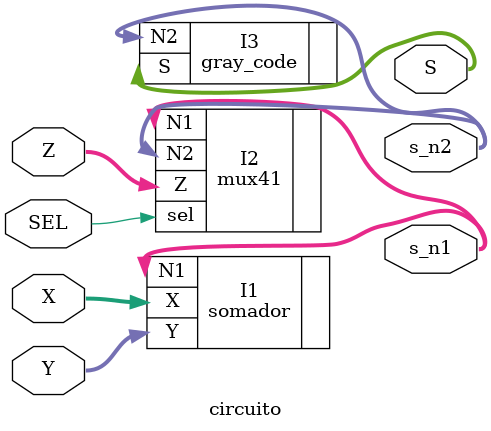
<source format=v>
module circuito (

    input [2:0]X,
    input [2:0]Y,
    input [2:0]Z,
    input SEL,
    output [2:0] s_n1,
    output [2:0] s_n2,
    output [2:0] S
);

somador I1 (.X(X), .Y(Y), .N1(s_n1));
mux41 I2 (.N1(s_n1), .Z(Z), .sel(SEL), .N2(s_n2));
gray_code I3 (.N2(s_n2), .S(S));


endmodule

</source>
